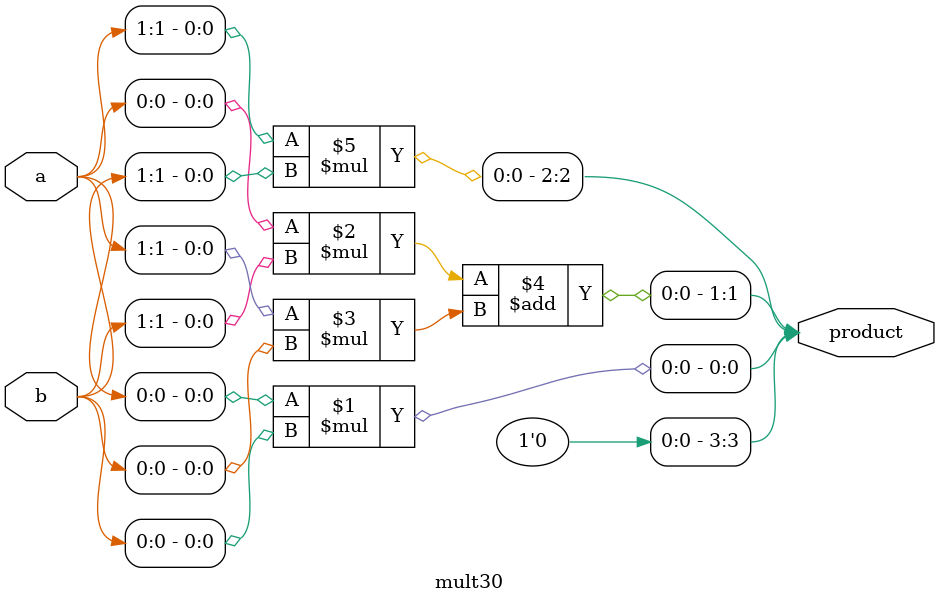
<source format=v>
module mult30 ( //Dataflow
    input [1:0] a,
    input [1:0] b,
    output [3:0] product
);

    assign product[0] = a[0] * b[0];
    assign product[1] = a[0] * b[1] + a[1] * b[0];
    assign product[2] = a[1] * b[1];
    assign product[3] = 0; // Most significant bit is always 0 for unsigned multiplication

endmodule

</source>
